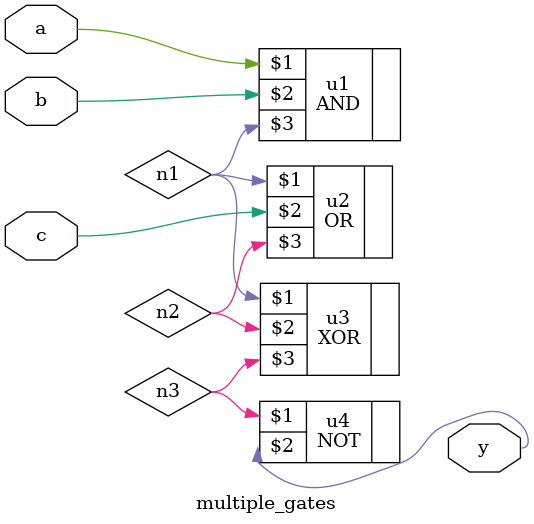
<source format=sv>
module multiple_gates(a, b, c, y);
  input logic a, b, c;
  output logic y;

  logic n1, n2, n3;

  AND u1(a, b, n1);
  
  OR u2(n1, c, n2);

  XOR u3(n1,n2,n3);
  NOT u4(n3, y);
endmodule

</source>
